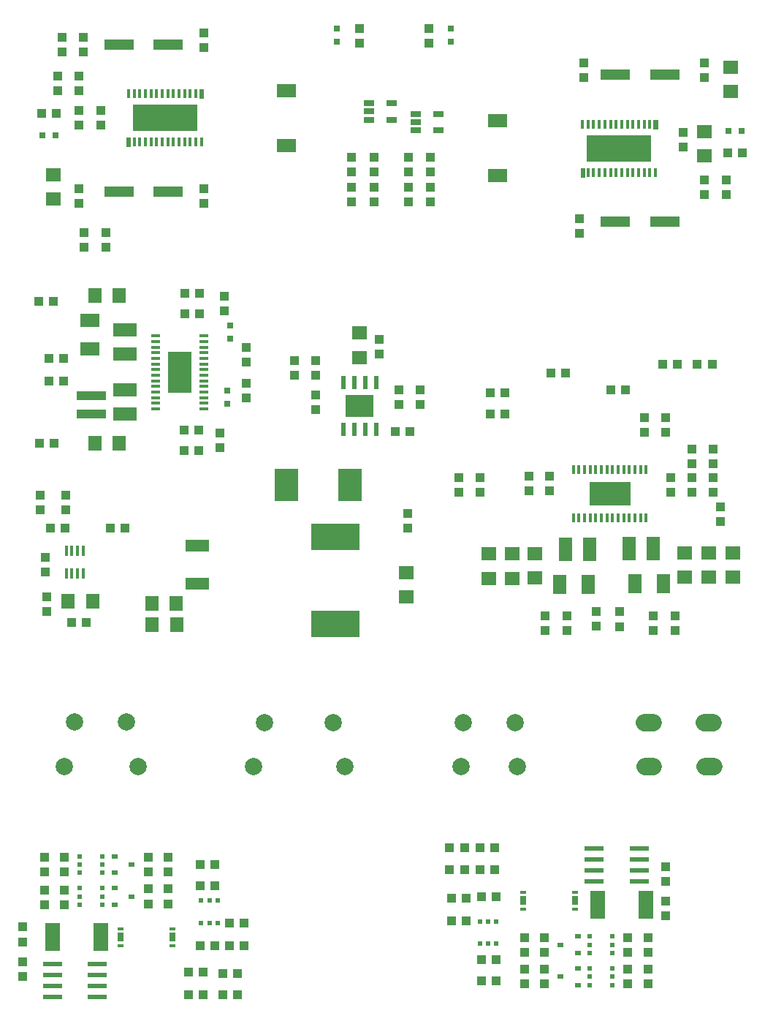
<source format=gbr>
G04 EAGLE Gerber RS-274X export*
G75*
%MOMM*%
%FSLAX34Y34*%
%LPD*%
%INSolderpaste Top*%
%IPPOS*%
%AMOC8*
5,1,8,0,0,1.08239X$1,22.5*%
G01*
%ADD10R,1.100000X1.000000*%
%ADD11R,1.600000X1.800000*%
%ADD12R,2.700000X1.600000*%
%ADD13R,1.000000X1.100000*%
%ADD14R,1.050000X0.400000*%
%ADD15R,2.740000X4.750000*%
%ADD16R,3.400000X1.000000*%
%ADD17R,2.300000X1.650000*%
%ADD18R,0.800000X0.800000*%
%ADD19R,0.610000X1.600000*%
%ADD20R,3.210000X2.620000*%
%ADD21R,5.600000X3.100000*%
%ADD22R,1.800000X1.600000*%
%ADD23R,0.400000X1.200000*%
%ADD24R,2.800000X1.400000*%
%ADD25R,0.400000X1.050000*%
%ADD26R,4.750000X2.740000*%
%ADD27R,1.650000X2.300000*%
%ADD28R,1.600000X2.700000*%
%ADD29C,2.000000*%
%ADD30C,2.000000*%
%ADD31C,0.009000*%
%ADD32R,0.450000X1.050000*%
%ADD33R,7.560000X3.050000*%
%ADD34R,2.200000X1.500000*%
%ADD35R,3.500000X1.200000*%
%ADD36R,1.270000X0.635000*%
%ADD37R,2.800000X3.800000*%
%ADD38R,0.600000X0.600000*%
%ADD39R,0.730000X0.560000*%
%ADD40R,1.800000X3.200000*%
%ADD41R,0.800000X0.400000*%
%ADD42R,0.800000X1.050000*%
%ADD43R,2.200000X0.600000*%


D10*
X49900Y756800D03*
X66900Y756800D03*
X206400Y673600D03*
X223400Y673600D03*
D11*
X103800Y829300D03*
X131800Y829300D03*
D12*
X137800Y720500D03*
X137800Y692500D03*
X137900Y761800D03*
X137900Y789800D03*
D10*
X66900Y730200D03*
X49900Y730200D03*
D11*
X103600Y658300D03*
X131600Y658300D03*
D13*
X38100Y822600D03*
X55100Y822600D03*
X38700Y658800D03*
X55700Y658800D03*
X223400Y650400D03*
X206400Y650400D03*
X224400Y831700D03*
X207400Y831700D03*
D14*
X229650Y698350D03*
X229650Y704850D03*
X229650Y711350D03*
X229650Y717850D03*
X229650Y724350D03*
X229650Y730850D03*
X229650Y737350D03*
X229650Y743850D03*
X229650Y750350D03*
X229650Y756850D03*
X229650Y763350D03*
X229650Y769850D03*
X229650Y776350D03*
X229650Y782850D03*
X174150Y782850D03*
X174150Y776350D03*
X174150Y769850D03*
X174150Y763350D03*
X174150Y756850D03*
X174150Y750350D03*
X174150Y743850D03*
X174150Y737350D03*
X174150Y730850D03*
X174150Y724350D03*
X174150Y717850D03*
X174150Y711350D03*
X174150Y704850D03*
X174150Y698350D03*
D15*
X201900Y740600D03*
D16*
X98900Y713300D03*
X98900Y692300D03*
D17*
X97300Y768100D03*
X97300Y801100D03*
D13*
X224500Y808000D03*
X207500Y808000D03*
D10*
X248000Y653500D03*
X248000Y670500D03*
D18*
X257000Y704500D03*
X257000Y719500D03*
D10*
X253000Y828600D03*
X253000Y811600D03*
D18*
X260000Y794500D03*
X260000Y779500D03*
D19*
X390950Y675000D03*
X403650Y675000D03*
X416350Y675000D03*
X429050Y675000D03*
X429050Y729000D03*
X416350Y729000D03*
X403650Y729000D03*
X390950Y729000D03*
D20*
X410000Y702000D03*
D13*
X359000Y697500D03*
X359000Y714500D03*
D10*
X433000Y778500D03*
X433000Y761500D03*
D21*
X382000Y449000D03*
X382000Y550000D03*
D22*
X464000Y481000D03*
X464000Y509000D03*
D13*
X451500Y672000D03*
X468500Y672000D03*
D10*
X466000Y560500D03*
X466000Y577500D03*
X359000Y737500D03*
X359000Y754500D03*
X335000Y737500D03*
X335000Y754500D03*
D13*
X456000Y720500D03*
X456000Y703500D03*
D22*
X410000Y786000D03*
X410000Y758000D03*
D10*
X480000Y720500D03*
X480000Y703500D03*
D23*
X70200Y507700D03*
X76700Y507700D03*
X83200Y507700D03*
X89700Y507700D03*
X89700Y533700D03*
X83200Y533700D03*
X76700Y533700D03*
X70200Y533700D03*
D10*
X138500Y560000D03*
X121500Y560000D03*
D13*
X45500Y509100D03*
X45500Y526100D03*
D10*
X48000Y480500D03*
X48000Y463500D03*
D11*
X100500Y475800D03*
X72500Y475800D03*
D10*
X93400Y451100D03*
X76400Y451100D03*
D13*
X68500Y560000D03*
X51500Y560000D03*
D10*
X70000Y581500D03*
X70000Y598500D03*
D13*
X40000Y598500D03*
X40000Y581500D03*
D24*
X222000Y496000D03*
X222000Y540000D03*
D11*
X169600Y473300D03*
X197600Y473300D03*
X169900Y448600D03*
X197900Y448600D03*
D25*
X742250Y627750D03*
X735750Y627750D03*
X729250Y627750D03*
X722750Y627750D03*
X716250Y627750D03*
X709750Y627750D03*
X703250Y627750D03*
X696750Y627750D03*
X690250Y627750D03*
X683750Y627750D03*
X677250Y627750D03*
X670750Y627750D03*
X664250Y627750D03*
X657750Y627750D03*
X657750Y572250D03*
X664250Y572250D03*
X670750Y572250D03*
X677250Y572250D03*
X683750Y572250D03*
X690250Y572250D03*
X696750Y572250D03*
X703250Y572250D03*
X709750Y572250D03*
X716250Y572250D03*
X722750Y572250D03*
X729250Y572250D03*
X735750Y572250D03*
X742250Y572250D03*
D26*
X700000Y600000D03*
D10*
X828500Y584700D03*
X828500Y567700D03*
X550000Y618500D03*
X550000Y601500D03*
D13*
X524900Y601700D03*
X524900Y618700D03*
X648500Y740000D03*
X631500Y740000D03*
D10*
X740000Y688500D03*
X740000Y671500D03*
D13*
X764400Y671500D03*
X764400Y688500D03*
X606100Y603200D03*
X606100Y620200D03*
X578400Y716700D03*
X561400Y716700D03*
D10*
X795300Y652100D03*
X795300Y635100D03*
X561200Y692600D03*
X578200Y692600D03*
D13*
X795400Y601600D03*
X795400Y618600D03*
X820000Y601500D03*
X820000Y618500D03*
D10*
X820000Y652100D03*
X820000Y635100D03*
D13*
X701500Y720000D03*
X718500Y720000D03*
X818500Y750000D03*
X801500Y750000D03*
D10*
X778500Y750000D03*
X761500Y750000D03*
X630000Y620200D03*
X630000Y603200D03*
X770900Y618600D03*
X770900Y601600D03*
D13*
X684500Y463900D03*
X684500Y446900D03*
X711100Y463400D03*
X711100Y446400D03*
D27*
X642000Y495000D03*
X675000Y495000D03*
X762000Y496000D03*
X729000Y496000D03*
D13*
X650000Y441500D03*
X650000Y458500D03*
D10*
X624900Y458600D03*
X624900Y441600D03*
D13*
X750000Y441500D03*
X750000Y458500D03*
D10*
X775700Y458400D03*
X775700Y441400D03*
D22*
X612900Y530500D03*
X612900Y502500D03*
X586500Y530300D03*
X586500Y502300D03*
X786400Y531200D03*
X786400Y503200D03*
X814800Y531200D03*
X814800Y503200D03*
X560100Y530300D03*
X560100Y502300D03*
X843000Y531500D03*
X843000Y503500D03*
D13*
X279000Y727700D03*
X279000Y710700D03*
X279000Y752700D03*
X279000Y769700D03*
D28*
X750600Y536400D03*
X722600Y536400D03*
X648500Y535900D03*
X676500Y535900D03*
D29*
X80000Y335700D03*
X140000Y335700D03*
X67700Y284500D03*
X153100Y284500D03*
X299700Y335200D03*
X379700Y335200D03*
X287300Y284500D03*
X392700Y284500D03*
X530000Y335000D03*
X590000Y335000D03*
X527300Y284500D03*
X592700Y284500D03*
D30*
X740000Y335500D02*
X750000Y335500D01*
X810000Y335500D02*
X820000Y335500D01*
X750600Y284500D02*
X740600Y284500D01*
X810600Y284500D02*
X820600Y284500D01*
D31*
X224595Y1057795D02*
X224595Y1068205D01*
X229005Y1068205D01*
X229005Y1057795D01*
X224595Y1057795D01*
X224595Y1057880D02*
X229005Y1057880D01*
X229005Y1057965D02*
X224595Y1057965D01*
X224595Y1058050D02*
X229005Y1058050D01*
X229005Y1058135D02*
X224595Y1058135D01*
X224595Y1058220D02*
X229005Y1058220D01*
X229005Y1058305D02*
X224595Y1058305D01*
X224595Y1058390D02*
X229005Y1058390D01*
X229005Y1058475D02*
X224595Y1058475D01*
X224595Y1058560D02*
X229005Y1058560D01*
X229005Y1058645D02*
X224595Y1058645D01*
X224595Y1058730D02*
X229005Y1058730D01*
X229005Y1058815D02*
X224595Y1058815D01*
X224595Y1058900D02*
X229005Y1058900D01*
X229005Y1058985D02*
X224595Y1058985D01*
X224595Y1059070D02*
X229005Y1059070D01*
X229005Y1059155D02*
X224595Y1059155D01*
X224595Y1059240D02*
X229005Y1059240D01*
X229005Y1059325D02*
X224595Y1059325D01*
X224595Y1059410D02*
X229005Y1059410D01*
X229005Y1059495D02*
X224595Y1059495D01*
X224595Y1059580D02*
X229005Y1059580D01*
X229005Y1059665D02*
X224595Y1059665D01*
X224595Y1059750D02*
X229005Y1059750D01*
X229005Y1059835D02*
X224595Y1059835D01*
X224595Y1059920D02*
X229005Y1059920D01*
X229005Y1060005D02*
X224595Y1060005D01*
X224595Y1060090D02*
X229005Y1060090D01*
X229005Y1060175D02*
X224595Y1060175D01*
X224595Y1060260D02*
X229005Y1060260D01*
X229005Y1060345D02*
X224595Y1060345D01*
X224595Y1060430D02*
X229005Y1060430D01*
X229005Y1060515D02*
X224595Y1060515D01*
X224595Y1060600D02*
X229005Y1060600D01*
X229005Y1060685D02*
X224595Y1060685D01*
X224595Y1060770D02*
X229005Y1060770D01*
X229005Y1060855D02*
X224595Y1060855D01*
X224595Y1060940D02*
X229005Y1060940D01*
X229005Y1061025D02*
X224595Y1061025D01*
X224595Y1061110D02*
X229005Y1061110D01*
X229005Y1061195D02*
X224595Y1061195D01*
X224595Y1061280D02*
X229005Y1061280D01*
X229005Y1061365D02*
X224595Y1061365D01*
X224595Y1061450D02*
X229005Y1061450D01*
X229005Y1061535D02*
X224595Y1061535D01*
X224595Y1061620D02*
X229005Y1061620D01*
X229005Y1061705D02*
X224595Y1061705D01*
X224595Y1061790D02*
X229005Y1061790D01*
X229005Y1061875D02*
X224595Y1061875D01*
X224595Y1061960D02*
X229005Y1061960D01*
X229005Y1062045D02*
X224595Y1062045D01*
X224595Y1062130D02*
X229005Y1062130D01*
X229005Y1062215D02*
X224595Y1062215D01*
X224595Y1062300D02*
X229005Y1062300D01*
X229005Y1062385D02*
X224595Y1062385D01*
X224595Y1062470D02*
X229005Y1062470D01*
X229005Y1062555D02*
X224595Y1062555D01*
X224595Y1062640D02*
X229005Y1062640D01*
X229005Y1062725D02*
X224595Y1062725D01*
X224595Y1062810D02*
X229005Y1062810D01*
X229005Y1062895D02*
X224595Y1062895D01*
X224595Y1062980D02*
X229005Y1062980D01*
X229005Y1063065D02*
X224595Y1063065D01*
X224595Y1063150D02*
X229005Y1063150D01*
X229005Y1063235D02*
X224595Y1063235D01*
X224595Y1063320D02*
X229005Y1063320D01*
X229005Y1063405D02*
X224595Y1063405D01*
X224595Y1063490D02*
X229005Y1063490D01*
X229005Y1063575D02*
X224595Y1063575D01*
X224595Y1063660D02*
X229005Y1063660D01*
X229005Y1063745D02*
X224595Y1063745D01*
X224595Y1063830D02*
X229005Y1063830D01*
X229005Y1063915D02*
X224595Y1063915D01*
X224595Y1064000D02*
X229005Y1064000D01*
X229005Y1064085D02*
X224595Y1064085D01*
X224595Y1064170D02*
X229005Y1064170D01*
X229005Y1064255D02*
X224595Y1064255D01*
X224595Y1064340D02*
X229005Y1064340D01*
X229005Y1064425D02*
X224595Y1064425D01*
X224595Y1064510D02*
X229005Y1064510D01*
X229005Y1064595D02*
X224595Y1064595D01*
X224595Y1064680D02*
X229005Y1064680D01*
X229005Y1064765D02*
X224595Y1064765D01*
X224595Y1064850D02*
X229005Y1064850D01*
X229005Y1064935D02*
X224595Y1064935D01*
X224595Y1065020D02*
X229005Y1065020D01*
X229005Y1065105D02*
X224595Y1065105D01*
X224595Y1065190D02*
X229005Y1065190D01*
X229005Y1065275D02*
X224595Y1065275D01*
X224595Y1065360D02*
X229005Y1065360D01*
X229005Y1065445D02*
X224595Y1065445D01*
X224595Y1065530D02*
X229005Y1065530D01*
X229005Y1065615D02*
X224595Y1065615D01*
X224595Y1065700D02*
X229005Y1065700D01*
X229005Y1065785D02*
X224595Y1065785D01*
X224595Y1065870D02*
X229005Y1065870D01*
X229005Y1065955D02*
X224595Y1065955D01*
X224595Y1066040D02*
X229005Y1066040D01*
X229005Y1066125D02*
X224595Y1066125D01*
X224595Y1066210D02*
X229005Y1066210D01*
X229005Y1066295D02*
X224595Y1066295D01*
X224595Y1066380D02*
X229005Y1066380D01*
X229005Y1066465D02*
X224595Y1066465D01*
X224595Y1066550D02*
X229005Y1066550D01*
X229005Y1066635D02*
X224595Y1066635D01*
X224595Y1066720D02*
X229005Y1066720D01*
X229005Y1066805D02*
X224595Y1066805D01*
X224595Y1066890D02*
X229005Y1066890D01*
X229005Y1066975D02*
X224595Y1066975D01*
X224595Y1067060D02*
X229005Y1067060D01*
X229005Y1067145D02*
X224595Y1067145D01*
X224595Y1067230D02*
X229005Y1067230D01*
X229005Y1067315D02*
X224595Y1067315D01*
X224595Y1067400D02*
X229005Y1067400D01*
X229005Y1067485D02*
X224595Y1067485D01*
X224595Y1067570D02*
X229005Y1067570D01*
X229005Y1067655D02*
X224595Y1067655D01*
X224595Y1067740D02*
X229005Y1067740D01*
X229005Y1067825D02*
X224595Y1067825D01*
X224595Y1067910D02*
X229005Y1067910D01*
X229005Y1067995D02*
X224595Y1067995D01*
X224595Y1068080D02*
X229005Y1068080D01*
X229005Y1068165D02*
X224595Y1068165D01*
D32*
X220300Y1063000D03*
X213800Y1063000D03*
X207300Y1063000D03*
X200800Y1063000D03*
X194300Y1063000D03*
X187800Y1063000D03*
X181300Y1063000D03*
X174800Y1063000D03*
X168300Y1063000D03*
X161800Y1063000D03*
X155300Y1063000D03*
X148800Y1063000D03*
X142300Y1063000D03*
D33*
X184550Y1035250D03*
D31*
X140095Y1012705D02*
X140095Y1002295D01*
X140095Y1012705D02*
X144505Y1012705D01*
X144505Y1002295D01*
X140095Y1002295D01*
X140095Y1002380D02*
X144505Y1002380D01*
X144505Y1002465D02*
X140095Y1002465D01*
X140095Y1002550D02*
X144505Y1002550D01*
X144505Y1002635D02*
X140095Y1002635D01*
X140095Y1002720D02*
X144505Y1002720D01*
X144505Y1002805D02*
X140095Y1002805D01*
X140095Y1002890D02*
X144505Y1002890D01*
X144505Y1002975D02*
X140095Y1002975D01*
X140095Y1003060D02*
X144505Y1003060D01*
X144505Y1003145D02*
X140095Y1003145D01*
X140095Y1003230D02*
X144505Y1003230D01*
X144505Y1003315D02*
X140095Y1003315D01*
X140095Y1003400D02*
X144505Y1003400D01*
X144505Y1003485D02*
X140095Y1003485D01*
X140095Y1003570D02*
X144505Y1003570D01*
X144505Y1003655D02*
X140095Y1003655D01*
X140095Y1003740D02*
X144505Y1003740D01*
X144505Y1003825D02*
X140095Y1003825D01*
X140095Y1003910D02*
X144505Y1003910D01*
X144505Y1003995D02*
X140095Y1003995D01*
X140095Y1004080D02*
X144505Y1004080D01*
X144505Y1004165D02*
X140095Y1004165D01*
X140095Y1004250D02*
X144505Y1004250D01*
X144505Y1004335D02*
X140095Y1004335D01*
X140095Y1004420D02*
X144505Y1004420D01*
X144505Y1004505D02*
X140095Y1004505D01*
X140095Y1004590D02*
X144505Y1004590D01*
X144505Y1004675D02*
X140095Y1004675D01*
X140095Y1004760D02*
X144505Y1004760D01*
X144505Y1004845D02*
X140095Y1004845D01*
X140095Y1004930D02*
X144505Y1004930D01*
X144505Y1005015D02*
X140095Y1005015D01*
X140095Y1005100D02*
X144505Y1005100D01*
X144505Y1005185D02*
X140095Y1005185D01*
X140095Y1005270D02*
X144505Y1005270D01*
X144505Y1005355D02*
X140095Y1005355D01*
X140095Y1005440D02*
X144505Y1005440D01*
X144505Y1005525D02*
X140095Y1005525D01*
X140095Y1005610D02*
X144505Y1005610D01*
X144505Y1005695D02*
X140095Y1005695D01*
X140095Y1005780D02*
X144505Y1005780D01*
X144505Y1005865D02*
X140095Y1005865D01*
X140095Y1005950D02*
X144505Y1005950D01*
X144505Y1006035D02*
X140095Y1006035D01*
X140095Y1006120D02*
X144505Y1006120D01*
X144505Y1006205D02*
X140095Y1006205D01*
X140095Y1006290D02*
X144505Y1006290D01*
X144505Y1006375D02*
X140095Y1006375D01*
X140095Y1006460D02*
X144505Y1006460D01*
X144505Y1006545D02*
X140095Y1006545D01*
X140095Y1006630D02*
X144505Y1006630D01*
X144505Y1006715D02*
X140095Y1006715D01*
X140095Y1006800D02*
X144505Y1006800D01*
X144505Y1006885D02*
X140095Y1006885D01*
X140095Y1006970D02*
X144505Y1006970D01*
X144505Y1007055D02*
X140095Y1007055D01*
X140095Y1007140D02*
X144505Y1007140D01*
X144505Y1007225D02*
X140095Y1007225D01*
X140095Y1007310D02*
X144505Y1007310D01*
X144505Y1007395D02*
X140095Y1007395D01*
X140095Y1007480D02*
X144505Y1007480D01*
X144505Y1007565D02*
X140095Y1007565D01*
X140095Y1007650D02*
X144505Y1007650D01*
X144505Y1007735D02*
X140095Y1007735D01*
X140095Y1007820D02*
X144505Y1007820D01*
X144505Y1007905D02*
X140095Y1007905D01*
X140095Y1007990D02*
X144505Y1007990D01*
X144505Y1008075D02*
X140095Y1008075D01*
X140095Y1008160D02*
X144505Y1008160D01*
X144505Y1008245D02*
X140095Y1008245D01*
X140095Y1008330D02*
X144505Y1008330D01*
X144505Y1008415D02*
X140095Y1008415D01*
X140095Y1008500D02*
X144505Y1008500D01*
X144505Y1008585D02*
X140095Y1008585D01*
X140095Y1008670D02*
X144505Y1008670D01*
X144505Y1008755D02*
X140095Y1008755D01*
X140095Y1008840D02*
X144505Y1008840D01*
X144505Y1008925D02*
X140095Y1008925D01*
X140095Y1009010D02*
X144505Y1009010D01*
X144505Y1009095D02*
X140095Y1009095D01*
X140095Y1009180D02*
X144505Y1009180D01*
X144505Y1009265D02*
X140095Y1009265D01*
X140095Y1009350D02*
X144505Y1009350D01*
X144505Y1009435D02*
X140095Y1009435D01*
X140095Y1009520D02*
X144505Y1009520D01*
X144505Y1009605D02*
X140095Y1009605D01*
X140095Y1009690D02*
X144505Y1009690D01*
X144505Y1009775D02*
X140095Y1009775D01*
X140095Y1009860D02*
X144505Y1009860D01*
X144505Y1009945D02*
X140095Y1009945D01*
X140095Y1010030D02*
X144505Y1010030D01*
X144505Y1010115D02*
X140095Y1010115D01*
X140095Y1010200D02*
X144505Y1010200D01*
X144505Y1010285D02*
X140095Y1010285D01*
X140095Y1010370D02*
X144505Y1010370D01*
X144505Y1010455D02*
X140095Y1010455D01*
X140095Y1010540D02*
X144505Y1010540D01*
X144505Y1010625D02*
X140095Y1010625D01*
X140095Y1010710D02*
X144505Y1010710D01*
X144505Y1010795D02*
X140095Y1010795D01*
X140095Y1010880D02*
X144505Y1010880D01*
X144505Y1010965D02*
X140095Y1010965D01*
X140095Y1011050D02*
X144505Y1011050D01*
X144505Y1011135D02*
X140095Y1011135D01*
X140095Y1011220D02*
X144505Y1011220D01*
X144505Y1011305D02*
X140095Y1011305D01*
X140095Y1011390D02*
X144505Y1011390D01*
X144505Y1011475D02*
X140095Y1011475D01*
X140095Y1011560D02*
X144505Y1011560D01*
X144505Y1011645D02*
X140095Y1011645D01*
X140095Y1011730D02*
X144505Y1011730D01*
X144505Y1011815D02*
X140095Y1011815D01*
X140095Y1011900D02*
X144505Y1011900D01*
X144505Y1011985D02*
X140095Y1011985D01*
X140095Y1012070D02*
X144505Y1012070D01*
X144505Y1012155D02*
X140095Y1012155D01*
X140095Y1012240D02*
X144505Y1012240D01*
X144505Y1012325D02*
X140095Y1012325D01*
X140095Y1012410D02*
X144505Y1012410D01*
X144505Y1012495D02*
X140095Y1012495D01*
X140095Y1012580D02*
X144505Y1012580D01*
X144505Y1012665D02*
X140095Y1012665D01*
D32*
X220300Y1007500D03*
X213800Y1007500D03*
X207300Y1007500D03*
X200800Y1007500D03*
X194300Y1007500D03*
X187800Y1007500D03*
X181300Y1007500D03*
X174800Y1007500D03*
X168300Y1007500D03*
X161800Y1007500D03*
X155300Y1007500D03*
X148800Y1007500D03*
X226800Y1007500D03*
D13*
X230000Y936500D03*
X230000Y953500D03*
X230000Y1133500D03*
X230000Y1116500D03*
D10*
X116000Y902500D03*
X116000Y885500D03*
X110000Y1043500D03*
X110000Y1026500D03*
X91000Y885500D03*
X91000Y902500D03*
X85000Y936500D03*
X85000Y953500D03*
X85000Y1066500D03*
X85000Y1083500D03*
X65000Y1111500D03*
X65000Y1128500D03*
D34*
X325000Y1067000D03*
X325000Y1003000D03*
D10*
X90000Y1111500D03*
X90000Y1128500D03*
D13*
X60000Y1083500D03*
X60000Y1066500D03*
D22*
X55000Y969000D03*
X55000Y941000D03*
D13*
X85000Y1043500D03*
X85000Y1026500D03*
D35*
X188500Y1120000D03*
X131500Y1120000D03*
X188500Y950000D03*
X131500Y950000D03*
D31*
X670505Y966795D02*
X670505Y977205D01*
X670505Y966795D02*
X666095Y966795D01*
X666095Y977205D01*
X670505Y977205D01*
X670505Y966880D02*
X666095Y966880D01*
X666095Y966965D02*
X670505Y966965D01*
X670505Y967050D02*
X666095Y967050D01*
X666095Y967135D02*
X670505Y967135D01*
X670505Y967220D02*
X666095Y967220D01*
X666095Y967305D02*
X670505Y967305D01*
X670505Y967390D02*
X666095Y967390D01*
X666095Y967475D02*
X670505Y967475D01*
X670505Y967560D02*
X666095Y967560D01*
X666095Y967645D02*
X670505Y967645D01*
X670505Y967730D02*
X666095Y967730D01*
X666095Y967815D02*
X670505Y967815D01*
X670505Y967900D02*
X666095Y967900D01*
X666095Y967985D02*
X670505Y967985D01*
X670505Y968070D02*
X666095Y968070D01*
X666095Y968155D02*
X670505Y968155D01*
X670505Y968240D02*
X666095Y968240D01*
X666095Y968325D02*
X670505Y968325D01*
X670505Y968410D02*
X666095Y968410D01*
X666095Y968495D02*
X670505Y968495D01*
X670505Y968580D02*
X666095Y968580D01*
X666095Y968665D02*
X670505Y968665D01*
X670505Y968750D02*
X666095Y968750D01*
X666095Y968835D02*
X670505Y968835D01*
X670505Y968920D02*
X666095Y968920D01*
X666095Y969005D02*
X670505Y969005D01*
X670505Y969090D02*
X666095Y969090D01*
X666095Y969175D02*
X670505Y969175D01*
X670505Y969260D02*
X666095Y969260D01*
X666095Y969345D02*
X670505Y969345D01*
X670505Y969430D02*
X666095Y969430D01*
X666095Y969515D02*
X670505Y969515D01*
X670505Y969600D02*
X666095Y969600D01*
X666095Y969685D02*
X670505Y969685D01*
X670505Y969770D02*
X666095Y969770D01*
X666095Y969855D02*
X670505Y969855D01*
X670505Y969940D02*
X666095Y969940D01*
X666095Y970025D02*
X670505Y970025D01*
X670505Y970110D02*
X666095Y970110D01*
X666095Y970195D02*
X670505Y970195D01*
X670505Y970280D02*
X666095Y970280D01*
X666095Y970365D02*
X670505Y970365D01*
X670505Y970450D02*
X666095Y970450D01*
X666095Y970535D02*
X670505Y970535D01*
X670505Y970620D02*
X666095Y970620D01*
X666095Y970705D02*
X670505Y970705D01*
X670505Y970790D02*
X666095Y970790D01*
X666095Y970875D02*
X670505Y970875D01*
X670505Y970960D02*
X666095Y970960D01*
X666095Y971045D02*
X670505Y971045D01*
X670505Y971130D02*
X666095Y971130D01*
X666095Y971215D02*
X670505Y971215D01*
X670505Y971300D02*
X666095Y971300D01*
X666095Y971385D02*
X670505Y971385D01*
X670505Y971470D02*
X666095Y971470D01*
X666095Y971555D02*
X670505Y971555D01*
X670505Y971640D02*
X666095Y971640D01*
X666095Y971725D02*
X670505Y971725D01*
X670505Y971810D02*
X666095Y971810D01*
X666095Y971895D02*
X670505Y971895D01*
X670505Y971980D02*
X666095Y971980D01*
X666095Y972065D02*
X670505Y972065D01*
X670505Y972150D02*
X666095Y972150D01*
X666095Y972235D02*
X670505Y972235D01*
X670505Y972320D02*
X666095Y972320D01*
X666095Y972405D02*
X670505Y972405D01*
X670505Y972490D02*
X666095Y972490D01*
X666095Y972575D02*
X670505Y972575D01*
X670505Y972660D02*
X666095Y972660D01*
X666095Y972745D02*
X670505Y972745D01*
X670505Y972830D02*
X666095Y972830D01*
X666095Y972915D02*
X670505Y972915D01*
X670505Y973000D02*
X666095Y973000D01*
X666095Y973085D02*
X670505Y973085D01*
X670505Y973170D02*
X666095Y973170D01*
X666095Y973255D02*
X670505Y973255D01*
X670505Y973340D02*
X666095Y973340D01*
X666095Y973425D02*
X670505Y973425D01*
X670505Y973510D02*
X666095Y973510D01*
X666095Y973595D02*
X670505Y973595D01*
X670505Y973680D02*
X666095Y973680D01*
X666095Y973765D02*
X670505Y973765D01*
X670505Y973850D02*
X666095Y973850D01*
X666095Y973935D02*
X670505Y973935D01*
X670505Y974020D02*
X666095Y974020D01*
X666095Y974105D02*
X670505Y974105D01*
X670505Y974190D02*
X666095Y974190D01*
X666095Y974275D02*
X670505Y974275D01*
X670505Y974360D02*
X666095Y974360D01*
X666095Y974445D02*
X670505Y974445D01*
X670505Y974530D02*
X666095Y974530D01*
X666095Y974615D02*
X670505Y974615D01*
X670505Y974700D02*
X666095Y974700D01*
X666095Y974785D02*
X670505Y974785D01*
X670505Y974870D02*
X666095Y974870D01*
X666095Y974955D02*
X670505Y974955D01*
X670505Y975040D02*
X666095Y975040D01*
X666095Y975125D02*
X670505Y975125D01*
X670505Y975210D02*
X666095Y975210D01*
X666095Y975295D02*
X670505Y975295D01*
X670505Y975380D02*
X666095Y975380D01*
X666095Y975465D02*
X670505Y975465D01*
X670505Y975550D02*
X666095Y975550D01*
X666095Y975635D02*
X670505Y975635D01*
X670505Y975720D02*
X666095Y975720D01*
X666095Y975805D02*
X670505Y975805D01*
X670505Y975890D02*
X666095Y975890D01*
X666095Y975975D02*
X670505Y975975D01*
X670505Y976060D02*
X666095Y976060D01*
X666095Y976145D02*
X670505Y976145D01*
X670505Y976230D02*
X666095Y976230D01*
X666095Y976315D02*
X670505Y976315D01*
X670505Y976400D02*
X666095Y976400D01*
X666095Y976485D02*
X670505Y976485D01*
X670505Y976570D02*
X666095Y976570D01*
X666095Y976655D02*
X670505Y976655D01*
X670505Y976740D02*
X666095Y976740D01*
X666095Y976825D02*
X670505Y976825D01*
X670505Y976910D02*
X666095Y976910D01*
X666095Y976995D02*
X670505Y976995D01*
X670505Y977080D02*
X666095Y977080D01*
X666095Y977165D02*
X670505Y977165D01*
D32*
X674800Y972000D03*
X681300Y972000D03*
X687800Y972000D03*
X694300Y972000D03*
X700800Y972000D03*
X707300Y972000D03*
X713800Y972000D03*
X720300Y972000D03*
X726800Y972000D03*
X733300Y972000D03*
X739800Y972000D03*
X746300Y972000D03*
X752800Y972000D03*
D33*
X710550Y999750D03*
D31*
X755005Y1022295D02*
X755005Y1032705D01*
X755005Y1022295D02*
X750595Y1022295D01*
X750595Y1032705D01*
X755005Y1032705D01*
X755005Y1022380D02*
X750595Y1022380D01*
X750595Y1022465D02*
X755005Y1022465D01*
X755005Y1022550D02*
X750595Y1022550D01*
X750595Y1022635D02*
X755005Y1022635D01*
X755005Y1022720D02*
X750595Y1022720D01*
X750595Y1022805D02*
X755005Y1022805D01*
X755005Y1022890D02*
X750595Y1022890D01*
X750595Y1022975D02*
X755005Y1022975D01*
X755005Y1023060D02*
X750595Y1023060D01*
X750595Y1023145D02*
X755005Y1023145D01*
X755005Y1023230D02*
X750595Y1023230D01*
X750595Y1023315D02*
X755005Y1023315D01*
X755005Y1023400D02*
X750595Y1023400D01*
X750595Y1023485D02*
X755005Y1023485D01*
X755005Y1023570D02*
X750595Y1023570D01*
X750595Y1023655D02*
X755005Y1023655D01*
X755005Y1023740D02*
X750595Y1023740D01*
X750595Y1023825D02*
X755005Y1023825D01*
X755005Y1023910D02*
X750595Y1023910D01*
X750595Y1023995D02*
X755005Y1023995D01*
X755005Y1024080D02*
X750595Y1024080D01*
X750595Y1024165D02*
X755005Y1024165D01*
X755005Y1024250D02*
X750595Y1024250D01*
X750595Y1024335D02*
X755005Y1024335D01*
X755005Y1024420D02*
X750595Y1024420D01*
X750595Y1024505D02*
X755005Y1024505D01*
X755005Y1024590D02*
X750595Y1024590D01*
X750595Y1024675D02*
X755005Y1024675D01*
X755005Y1024760D02*
X750595Y1024760D01*
X750595Y1024845D02*
X755005Y1024845D01*
X755005Y1024930D02*
X750595Y1024930D01*
X750595Y1025015D02*
X755005Y1025015D01*
X755005Y1025100D02*
X750595Y1025100D01*
X750595Y1025185D02*
X755005Y1025185D01*
X755005Y1025270D02*
X750595Y1025270D01*
X750595Y1025355D02*
X755005Y1025355D01*
X755005Y1025440D02*
X750595Y1025440D01*
X750595Y1025525D02*
X755005Y1025525D01*
X755005Y1025610D02*
X750595Y1025610D01*
X750595Y1025695D02*
X755005Y1025695D01*
X755005Y1025780D02*
X750595Y1025780D01*
X750595Y1025865D02*
X755005Y1025865D01*
X755005Y1025950D02*
X750595Y1025950D01*
X750595Y1026035D02*
X755005Y1026035D01*
X755005Y1026120D02*
X750595Y1026120D01*
X750595Y1026205D02*
X755005Y1026205D01*
X755005Y1026290D02*
X750595Y1026290D01*
X750595Y1026375D02*
X755005Y1026375D01*
X755005Y1026460D02*
X750595Y1026460D01*
X750595Y1026545D02*
X755005Y1026545D01*
X755005Y1026630D02*
X750595Y1026630D01*
X750595Y1026715D02*
X755005Y1026715D01*
X755005Y1026800D02*
X750595Y1026800D01*
X750595Y1026885D02*
X755005Y1026885D01*
X755005Y1026970D02*
X750595Y1026970D01*
X750595Y1027055D02*
X755005Y1027055D01*
X755005Y1027140D02*
X750595Y1027140D01*
X750595Y1027225D02*
X755005Y1027225D01*
X755005Y1027310D02*
X750595Y1027310D01*
X750595Y1027395D02*
X755005Y1027395D01*
X755005Y1027480D02*
X750595Y1027480D01*
X750595Y1027565D02*
X755005Y1027565D01*
X755005Y1027650D02*
X750595Y1027650D01*
X750595Y1027735D02*
X755005Y1027735D01*
X755005Y1027820D02*
X750595Y1027820D01*
X750595Y1027905D02*
X755005Y1027905D01*
X755005Y1027990D02*
X750595Y1027990D01*
X750595Y1028075D02*
X755005Y1028075D01*
X755005Y1028160D02*
X750595Y1028160D01*
X750595Y1028245D02*
X755005Y1028245D01*
X755005Y1028330D02*
X750595Y1028330D01*
X750595Y1028415D02*
X755005Y1028415D01*
X755005Y1028500D02*
X750595Y1028500D01*
X750595Y1028585D02*
X755005Y1028585D01*
X755005Y1028670D02*
X750595Y1028670D01*
X750595Y1028755D02*
X755005Y1028755D01*
X755005Y1028840D02*
X750595Y1028840D01*
X750595Y1028925D02*
X755005Y1028925D01*
X755005Y1029010D02*
X750595Y1029010D01*
X750595Y1029095D02*
X755005Y1029095D01*
X755005Y1029180D02*
X750595Y1029180D01*
X750595Y1029265D02*
X755005Y1029265D01*
X755005Y1029350D02*
X750595Y1029350D01*
X750595Y1029435D02*
X755005Y1029435D01*
X755005Y1029520D02*
X750595Y1029520D01*
X750595Y1029605D02*
X755005Y1029605D01*
X755005Y1029690D02*
X750595Y1029690D01*
X750595Y1029775D02*
X755005Y1029775D01*
X755005Y1029860D02*
X750595Y1029860D01*
X750595Y1029945D02*
X755005Y1029945D01*
X755005Y1030030D02*
X750595Y1030030D01*
X750595Y1030115D02*
X755005Y1030115D01*
X755005Y1030200D02*
X750595Y1030200D01*
X750595Y1030285D02*
X755005Y1030285D01*
X755005Y1030370D02*
X750595Y1030370D01*
X750595Y1030455D02*
X755005Y1030455D01*
X755005Y1030540D02*
X750595Y1030540D01*
X750595Y1030625D02*
X755005Y1030625D01*
X755005Y1030710D02*
X750595Y1030710D01*
X750595Y1030795D02*
X755005Y1030795D01*
X755005Y1030880D02*
X750595Y1030880D01*
X750595Y1030965D02*
X755005Y1030965D01*
X755005Y1031050D02*
X750595Y1031050D01*
X750595Y1031135D02*
X755005Y1031135D01*
X755005Y1031220D02*
X750595Y1031220D01*
X750595Y1031305D02*
X755005Y1031305D01*
X755005Y1031390D02*
X750595Y1031390D01*
X750595Y1031475D02*
X755005Y1031475D01*
X755005Y1031560D02*
X750595Y1031560D01*
X750595Y1031645D02*
X755005Y1031645D01*
X755005Y1031730D02*
X750595Y1031730D01*
X750595Y1031815D02*
X755005Y1031815D01*
X755005Y1031900D02*
X750595Y1031900D01*
X750595Y1031985D02*
X755005Y1031985D01*
X755005Y1032070D02*
X750595Y1032070D01*
X750595Y1032155D02*
X755005Y1032155D01*
X755005Y1032240D02*
X750595Y1032240D01*
X750595Y1032325D02*
X755005Y1032325D01*
X755005Y1032410D02*
X750595Y1032410D01*
X750595Y1032495D02*
X755005Y1032495D01*
X755005Y1032580D02*
X750595Y1032580D01*
X750595Y1032665D02*
X755005Y1032665D01*
D32*
X674800Y1027500D03*
X681300Y1027500D03*
X687800Y1027500D03*
X694300Y1027500D03*
X700800Y1027500D03*
X707300Y1027500D03*
X713800Y1027500D03*
X720300Y1027500D03*
X726800Y1027500D03*
X733300Y1027500D03*
X739800Y1027500D03*
X746300Y1027500D03*
X668300Y1027500D03*
D13*
X670000Y1098500D03*
X670000Y1081500D03*
X665000Y901500D03*
X665000Y918500D03*
D10*
X810000Y1098500D03*
X810000Y1081500D03*
X810000Y963500D03*
X810000Y946500D03*
D34*
X570000Y968000D03*
X570000Y1032000D03*
D13*
X835000Y946500D03*
X835000Y963500D03*
D22*
X840000Y1066000D03*
X840000Y1094000D03*
D35*
X706500Y915000D03*
X763500Y915000D03*
X706500Y1085000D03*
X763500Y1085000D03*
D13*
X785000Y1018500D03*
X785000Y1001500D03*
D22*
X810000Y1019000D03*
X810000Y991000D03*
D36*
X421000Y1052000D03*
X421000Y1042500D03*
X421000Y1033000D03*
X447000Y1033000D03*
X447000Y1052000D03*
D13*
X58500Y1040000D03*
X41500Y1040000D03*
D18*
X42500Y1015000D03*
X57500Y1015000D03*
D13*
X836500Y995000D03*
X853500Y995000D03*
D18*
X852500Y1020000D03*
X837500Y1020000D03*
D36*
X475000Y1039500D03*
X475000Y1030000D03*
X475000Y1020500D03*
X501000Y1020500D03*
X501000Y1039500D03*
D10*
X410000Y1121500D03*
X410000Y1138500D03*
X490000Y1121500D03*
X490000Y1138500D03*
X401000Y937500D03*
X401000Y954500D03*
X427000Y954500D03*
X427000Y937500D03*
X467000Y937500D03*
X467000Y954500D03*
X492000Y954500D03*
X492000Y937500D03*
X467000Y989500D03*
X467000Y972500D03*
X492000Y989500D03*
X492000Y972500D03*
X427000Y989500D03*
X427000Y972500D03*
X401000Y989500D03*
X401000Y972500D03*
D18*
X384000Y1123500D03*
X384000Y1138500D03*
X516000Y1123500D03*
X516000Y1138500D03*
D37*
X399000Y610000D03*
X325000Y610000D03*
D38*
X226500Y103000D03*
X236000Y103000D03*
X245500Y103000D03*
X245500Y129000D03*
X236000Y129000D03*
X226500Y129000D03*
X86000Y180500D03*
X86000Y171000D03*
X86000Y161500D03*
X112000Y161500D03*
X112000Y171000D03*
X112000Y180500D03*
X86000Y143500D03*
X86000Y134000D03*
X86000Y124500D03*
X112000Y124500D03*
X112000Y134000D03*
X112000Y143500D03*
D13*
X242500Y77000D03*
X225500Y77000D03*
D10*
X188000Y162500D03*
X188000Y179500D03*
X188000Y125500D03*
X188000Y142500D03*
X165000Y162500D03*
X165000Y179500D03*
X165000Y125500D03*
X165000Y142500D03*
X45000Y162500D03*
X45000Y179500D03*
X45000Y124500D03*
X45000Y141500D03*
D39*
X146000Y171000D03*
X126000Y161500D03*
X126000Y180500D03*
X146000Y134000D03*
X126000Y124500D03*
X126000Y143500D03*
D10*
X242500Y146000D03*
X225500Y146000D03*
X242500Y171000D03*
X225500Y171000D03*
D13*
X68000Y179500D03*
X68000Y162500D03*
X68000Y141500D03*
X68000Y124500D03*
D40*
X110000Y87000D03*
X54000Y87000D03*
D38*
X568500Y105000D03*
X559000Y105000D03*
X549500Y105000D03*
X549500Y79000D03*
X559000Y79000D03*
X568500Y79000D03*
X703000Y31500D03*
X703000Y41000D03*
X703000Y50500D03*
X677000Y50500D03*
X677000Y41000D03*
X677000Y31500D03*
X703000Y68500D03*
X703000Y78000D03*
X703000Y87500D03*
X677000Y87500D03*
X677000Y78000D03*
X677000Y68500D03*
D13*
X551500Y134000D03*
X568500Y134000D03*
D10*
X601000Y49500D03*
X601000Y32500D03*
X601000Y86500D03*
X601000Y69500D03*
X624000Y49500D03*
X624000Y32500D03*
X624000Y86500D03*
X624000Y69500D03*
X744000Y49500D03*
X744000Y32500D03*
X744000Y86500D03*
X744000Y69500D03*
D39*
X643000Y41000D03*
X663000Y50500D03*
X663000Y31500D03*
X643000Y78000D03*
X663000Y87500D03*
X663000Y68500D03*
D10*
X551500Y61000D03*
X568500Y61000D03*
X551500Y36000D03*
X568500Y36000D03*
D13*
X721000Y32500D03*
X721000Y49500D03*
X721000Y69500D03*
X721000Y86500D03*
D40*
X686000Y124000D03*
X742000Y124000D03*
D13*
X259500Y103000D03*
X276500Y103000D03*
X259500Y77000D03*
X276500Y77000D03*
X533500Y132000D03*
X516500Y132000D03*
X533500Y106000D03*
X516500Y106000D03*
D41*
X193000Y77250D03*
X193000Y96750D03*
X133000Y96750D03*
X133000Y77250D03*
D42*
X133000Y87000D03*
X193000Y87000D03*
D41*
X600000Y138750D03*
X600000Y119250D03*
X660000Y119250D03*
X660000Y138750D03*
D42*
X660000Y129000D03*
X600000Y129000D03*
D43*
X54000Y43350D03*
X106000Y43350D03*
X54000Y56050D03*
X54000Y30650D03*
X54000Y17950D03*
X106000Y56050D03*
X106000Y30650D03*
X106000Y17950D03*
D13*
X228500Y46000D03*
X211500Y46000D03*
X228500Y20000D03*
X211500Y20000D03*
X268500Y20000D03*
X251500Y20000D03*
X251500Y45000D03*
X268500Y45000D03*
D43*
X734000Y163650D03*
X682000Y163650D03*
X734000Y150950D03*
X734000Y176350D03*
X734000Y189050D03*
X682000Y150950D03*
X682000Y176350D03*
X682000Y189050D03*
D13*
X549500Y165000D03*
X566500Y165000D03*
X549500Y190000D03*
X566500Y190000D03*
X514500Y190000D03*
X531500Y190000D03*
X531500Y165000D03*
X514500Y165000D03*
D10*
X20000Y41500D03*
X20000Y58500D03*
X20000Y98500D03*
X20000Y81500D03*
X765000Y168500D03*
X765000Y151500D03*
X765000Y111500D03*
X765000Y128500D03*
M02*

</source>
